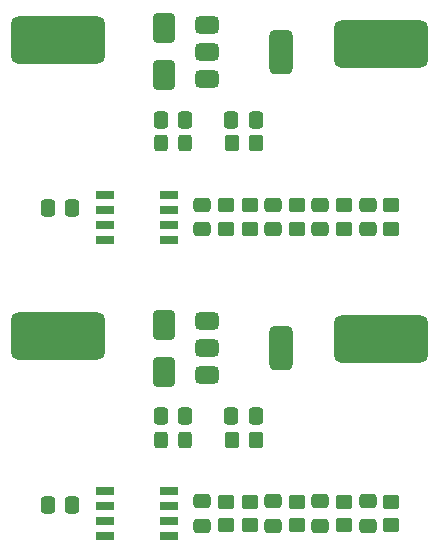
<source format=gtp>
G04 #@! TF.GenerationSoftware,KiCad,Pcbnew,9.0.4*
G04 #@! TF.CreationDate,2025-12-28T16:32:26+01:00*
G04 #@! TF.ProjectId,UWU_AK_V3_Mouse,5557555f-414b-45f5-9633-5f4d6f757365,rev?*
G04 #@! TF.SameCoordinates,Original*
G04 #@! TF.FileFunction,Paste,Top*
G04 #@! TF.FilePolarity,Positive*
%FSLAX46Y46*%
G04 Gerber Fmt 4.6, Leading zero omitted, Abs format (unit mm)*
G04 Created by KiCad (PCBNEW 9.0.4) date 2025-12-28 16:32:26*
%MOMM*%
%LPD*%
G01*
G04 APERTURE LIST*
G04 Aperture macros list*
%AMRoundRect*
0 Rectangle with rounded corners*
0 $1 Rounding radius*
0 $2 $3 $4 $5 $6 $7 $8 $9 X,Y pos of 4 corners*
0 Add a 4 corners polygon primitive as box body*
4,1,4,$2,$3,$4,$5,$6,$7,$8,$9,$2,$3,0*
0 Add four circle primitives for the rounded corners*
1,1,$1+$1,$2,$3*
1,1,$1+$1,$4,$5*
1,1,$1+$1,$6,$7*
1,1,$1+$1,$8,$9*
0 Add four rect primitives between the rounded corners*
20,1,$1+$1,$2,$3,$4,$5,0*
20,1,$1+$1,$4,$5,$6,$7,0*
20,1,$1+$1,$6,$7,$8,$9,0*
20,1,$1+$1,$8,$9,$2,$3,0*%
G04 Aperture macros list end*
%ADD10RoundRect,0.250000X0.475000X-0.337500X0.475000X0.337500X-0.475000X0.337500X-0.475000X-0.337500X0*%
%ADD11RoundRect,0.250000X0.337500X0.475000X-0.337500X0.475000X-0.337500X-0.475000X0.337500X-0.475000X0*%
%ADD12RoundRect,0.250000X-0.475000X0.337500X-0.475000X-0.337500X0.475000X-0.337500X0.475000X0.337500X0*%
%ADD13RoundRect,0.250000X0.450000X-0.350000X0.450000X0.350000X-0.450000X0.350000X-0.450000X-0.350000X0*%
%ADD14RoundRect,0.250000X-0.325000X-0.450000X0.325000X-0.450000X0.325000X0.450000X-0.325000X0.450000X0*%
%ADD15RoundRect,0.250000X-0.337500X-0.475000X0.337500X-0.475000X0.337500X0.475000X-0.337500X0.475000X0*%
%ADD16R,1.528000X0.650000*%
%ADD17RoundRect,0.600000X-3.400000X-1.400000X3.400000X-1.400000X3.400000X1.400000X-3.400000X1.400000X0*%
%ADD18RoundRect,0.600000X3.400000X1.400000X-3.400000X1.400000X-3.400000X-1.400000X3.400000X-1.400000X0*%
%ADD19RoundRect,0.250000X-0.450000X0.350000X-0.450000X-0.350000X0.450000X-0.350000X0.450000X0.350000X0*%
%ADD20RoundRect,0.375000X-0.625000X-0.375000X0.625000X-0.375000X0.625000X0.375000X-0.625000X0.375000X0*%
%ADD21RoundRect,0.500000X-0.500000X-1.400000X0.500000X-1.400000X0.500000X1.400000X-0.500000X1.400000X0*%
%ADD22RoundRect,0.250000X0.650000X-1.000000X0.650000X1.000000X-0.650000X1.000000X-0.650000X-1.000000X0*%
%ADD23RoundRect,0.250000X-0.350000X-0.450000X0.350000X-0.450000X0.350000X0.450000X-0.350000X0.450000X0*%
G04 APERTURE END LIST*
D10*
X120750000Y-82442500D03*
X120750000Y-80367500D03*
D11*
X125287500Y-73155000D03*
X123212500Y-73155000D03*
D12*
X126750000Y-80367500D03*
X126750000Y-82442500D03*
D13*
X124750000Y-107500000D03*
X124750000Y-105500000D03*
D14*
X117225001Y-100250000D03*
X119274999Y-100250000D03*
X117225001Y-75155000D03*
X119274999Y-75155000D03*
D15*
X107675000Y-80655000D03*
X109750000Y-80655000D03*
D16*
X117961000Y-83310000D03*
X117961000Y-82040000D03*
X117961000Y-80770000D03*
X117961000Y-79500000D03*
X112539000Y-79500000D03*
X112539000Y-80770000D03*
X112539000Y-82040000D03*
X112539000Y-83310000D03*
D17*
X108500000Y-91500001D03*
D18*
X135875000Y-91750000D03*
D15*
X107675000Y-105750000D03*
X109750000Y-105750000D03*
D11*
X125287500Y-98250000D03*
X123212500Y-98250000D03*
D10*
X134750000Y-82442500D03*
X134750000Y-80367500D03*
D16*
X117961000Y-108405000D03*
X117961000Y-107135000D03*
X117961000Y-105865000D03*
X117961000Y-104595000D03*
X112539000Y-104595000D03*
X112539000Y-105865000D03*
X112539000Y-107135000D03*
X112539000Y-108405000D03*
D13*
X132750000Y-107500000D03*
X132750000Y-105500000D03*
X128750000Y-107500000D03*
X128750000Y-105500000D03*
D18*
X135875000Y-66750000D03*
D12*
X130750000Y-80367500D03*
X130750000Y-82442500D03*
D19*
X122750000Y-105500000D03*
X122750000Y-107500000D03*
X136750000Y-105500000D03*
X136750000Y-107500000D03*
D20*
X121100000Y-90200000D03*
X121100000Y-92500000D03*
D21*
X127400000Y-92500000D03*
D20*
X121100000Y-94800000D03*
D13*
X128750000Y-82405000D03*
X128750000Y-80405000D03*
D15*
X117212500Y-98250000D03*
X119287500Y-98250000D03*
D17*
X108500000Y-66405001D03*
D12*
X126750000Y-105462500D03*
X126750000Y-107537500D03*
D22*
X117500000Y-69405001D03*
X117500000Y-65404999D03*
D13*
X124750000Y-82405000D03*
X124750000Y-80405000D03*
D15*
X117212500Y-73155000D03*
X119287500Y-73155000D03*
D10*
X120750000Y-107537500D03*
X120750000Y-105462500D03*
D22*
X117500000Y-94500001D03*
X117500000Y-90499999D03*
D19*
X136750000Y-80405000D03*
X136750000Y-82405000D03*
X122750000Y-80405000D03*
X122750000Y-82405000D03*
D13*
X132750000Y-82405000D03*
X132750000Y-80405000D03*
D23*
X123250000Y-100250000D03*
X125250000Y-100250000D03*
D10*
X134750000Y-107537500D03*
X134750000Y-105462500D03*
D12*
X130750000Y-105462500D03*
X130750000Y-107537500D03*
D23*
X123250000Y-75155000D03*
X125250000Y-75155000D03*
D20*
X121100000Y-65105000D03*
X121100000Y-67405000D03*
D21*
X127400000Y-67405000D03*
D20*
X121100000Y-69705000D03*
M02*

</source>
